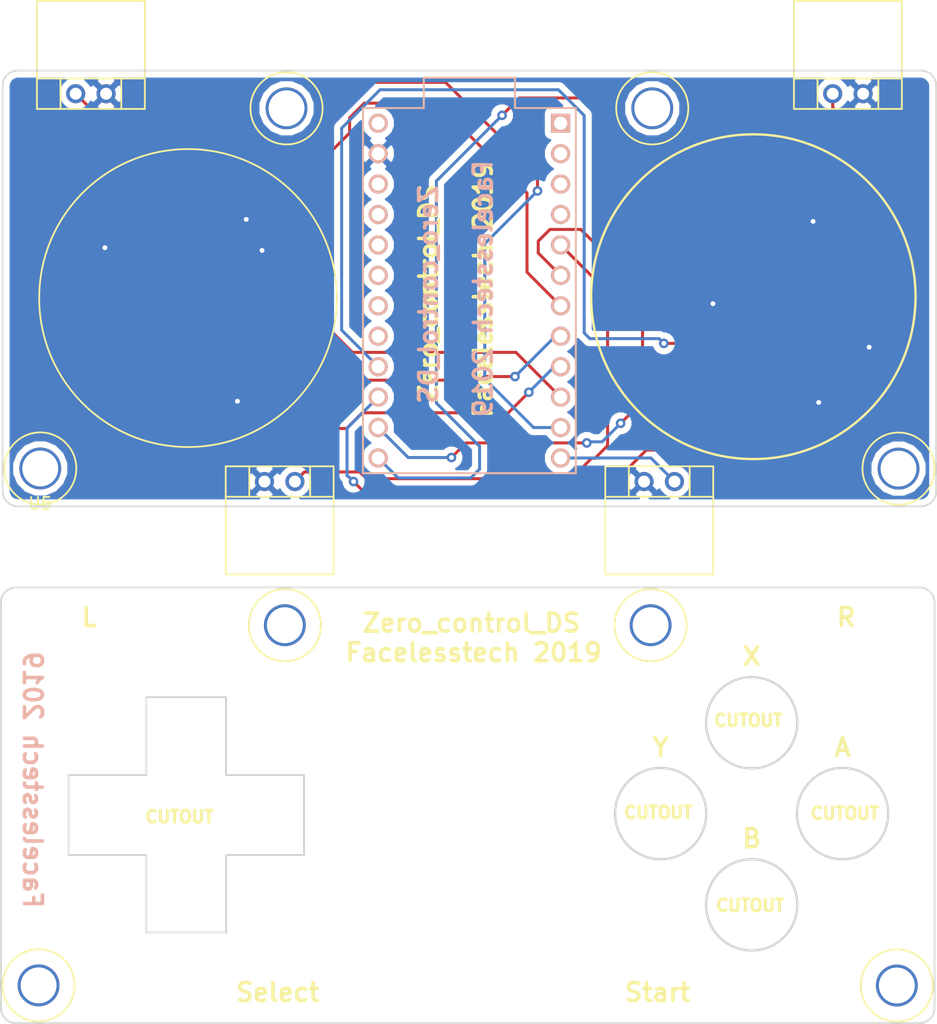
<source format=kicad_pcb>
(kicad_pcb (version 20171130) (host pcbnew 5.0.2+dfsg1-1~bpo9+1)

  (general
    (thickness 1.6)
    (drawings 54)
    (tracks 151)
    (zones 0)
    (modules 21)
    (nets 29)
  )

  (page A4)
  (layers
    (0 F.Cu signal)
    (31 B.Cu signal)
    (32 B.Adhes user)
    (33 F.Adhes user)
    (34 B.Paste user)
    (35 F.Paste user)
    (36 B.SilkS user)
    (37 F.SilkS user)
    (38 B.Mask user)
    (39 F.Mask user)
    (40 Dwgs.User user)
    (41 Cmts.User user)
    (42 Eco1.User user)
    (43 Eco2.User user)
    (44 Edge.Cuts user)
    (45 Margin user)
    (46 B.CrtYd user)
    (47 F.CrtYd user)
    (48 B.Fab user)
    (49 F.Fab user)
  )

  (setup
    (last_trace_width 0.25)
    (trace_clearance 0.2)
    (zone_clearance 0.508)
    (zone_45_only no)
    (trace_min 0.2)
    (segment_width 0.2)
    (edge_width 0.15)
    (via_size 0.8)
    (via_drill 0.4)
    (via_min_size 0.4)
    (via_min_drill 0.3)
    (uvia_size 0.3)
    (uvia_drill 0.1)
    (uvias_allowed no)
    (uvia_min_size 0.2)
    (uvia_min_drill 0.1)
    (pcb_text_width 0.3)
    (pcb_text_size 1.5 1.5)
    (mod_edge_width 0.15)
    (mod_text_size 1 1)
    (mod_text_width 0.15)
    (pad_size 1.524 1.524)
    (pad_drill 0.762)
    (pad_to_mask_clearance 0.051)
    (solder_mask_min_width 0.25)
    (aux_axis_origin 0 0)
    (visible_elements FFFFFF7F)
    (pcbplotparams
      (layerselection 0x010f0_ffffffff)
      (usegerberextensions false)
      (usegerberattributes false)
      (usegerberadvancedattributes false)
      (creategerberjobfile false)
      (excludeedgelayer true)
      (linewidth 0.100000)
      (plotframeref false)
      (viasonmask false)
      (mode 1)
      (useauxorigin false)
      (hpglpennumber 1)
      (hpglpenspeed 20)
      (hpglpendiameter 15.000000)
      (psnegative false)
      (psa4output false)
      (plotreference true)
      (plotvalue true)
      (plotinvisibletext false)
      (padsonsilk false)
      (subtractmaskfromsilk false)
      (outputformat 1)
      (mirror false)
      (drillshape 0)
      (scaleselection 1)
      (outputdirectory "gerbers/"))
  )

  (net 0 "")
  (net 1 "Net-(SW1-Pad1)")
  (net 2 "Net-(SW1-Pad2)")
  (net 3 "Net-(SW2-Pad1)")
  (net 4 "Net-(SW3-Pad1)")
  (net 5 "Net-(SW4-Pad1)")
  (net 6 "Net-(SW5-Pad1)")
  (net 7 "Net-(SW6-Pad1)")
  (net 8 "Net-(SW7-Pad1)")
  (net 9 "Net-(SW8-Pad1)")
  (net 10 "Net-(SW9-Pad1)")
  (net 11 "Net-(SW10-Pad1)")
  (net 12 "Net-(SW11-Pad1)")
  (net 13 "Net-(SW12-Pad1)")
  (net 14 "Net-(U1-Pad1)")
  (net 15 "Net-(U1-Pad2)")
  (net 16 "Net-(U1-Pad3)")
  (net 17 "Net-(U1-Pad4)")
  (net 18 "Net-(U1-Pad17)")
  (net 19 "Net-(U1-Pad18)")
  (net 20 "Net-(U1-Pad19)")
  (net 21 "Net-(U1-Pad20)")
  (net 22 "Net-(U1-Pad21)")
  (net 23 "Net-(U1-Pad22)")
  (net 24 "Net-(U1-Pad24)")
  (net 25 "Net-(U2-Pad1)")
  (net 26 "Net-(U3-Pad1)")
  (net 27 "Net-(U4-Pad1)")
  (net 28 "Net-(U5-Pad1)")

  (net_class Default "This is the default net class."
    (clearance 0.2)
    (trace_width 0.25)
    (via_dia 0.8)
    (via_drill 0.4)
    (uvia_dia 0.3)
    (uvia_drill 0.1)
    (add_net "Net-(SW1-Pad1)")
    (add_net "Net-(SW1-Pad2)")
    (add_net "Net-(SW10-Pad1)")
    (add_net "Net-(SW11-Pad1)")
    (add_net "Net-(SW12-Pad1)")
    (add_net "Net-(SW2-Pad1)")
    (add_net "Net-(SW3-Pad1)")
    (add_net "Net-(SW4-Pad1)")
    (add_net "Net-(SW5-Pad1)")
    (add_net "Net-(SW6-Pad1)")
    (add_net "Net-(SW7-Pad1)")
    (add_net "Net-(SW8-Pad1)")
    (add_net "Net-(SW9-Pad1)")
    (add_net "Net-(U1-Pad1)")
    (add_net "Net-(U1-Pad17)")
    (add_net "Net-(U1-Pad18)")
    (add_net "Net-(U1-Pad19)")
    (add_net "Net-(U1-Pad2)")
    (add_net "Net-(U1-Pad20)")
    (add_net "Net-(U1-Pad21)")
    (add_net "Net-(U1-Pad22)")
    (add_net "Net-(U1-Pad24)")
    (add_net "Net-(U1-Pad3)")
    (add_net "Net-(U1-Pad4)")
    (add_net "Net-(U2-Pad1)")
    (add_net "Net-(U3-Pad1)")
    (add_net "Net-(U4-Pad1)")
    (add_net "Net-(U5-Pad1)")
  )

  (module m3_hole_custom:m3_hole_custom (layer F.Cu) (tedit 5CF3D540) (tstamp 5D0079B2)
    (at 128.2954 128.9558)
    (path /5CF5489C)
    (fp_text reference U3 (at 0 2.921) (layer F.SilkS) hide
      (effects (font (size 1 1) (thickness 0.15)))
    )
    (fp_text value m3_standsoffs (at 0 -2.921) (layer F.Fab) hide
      (effects (font (size 1 1) (thickness 0.15)))
    )
    (fp_circle (center 0 0) (end 2.8575 0.9525) (layer F.SilkS) (width 0.15))
    (pad 1 thru_hole circle (at 0 0) (size 3.5 3.5) (drill 3) (layers *.Cu *.Mask))
  )

  (module m3_hole_custom:m3_hole_custom (layer F.Cu) (tedit 5CF3D547) (tstamp 5D007BE6)
    (at 56.5912 128.9431)
    (path /5CF54906)
    (fp_text reference U5 (at 0 2.921) (layer F.SilkS) hide
      (effects (font (size 1 1) (thickness 0.15)))
    )
    (fp_text value m3_standsoffs (at 0 -2.921) (layer F.Fab) hide
      (effects (font (size 1 1) (thickness 0.15)))
    )
    (fp_circle (center 0 0) (end 2.8575 0.9525) (layer F.SilkS) (width 0.15))
    (pad 1 thru_hole circle (at 0 0) (size 3.5 3.5) (drill 3) (layers *.Cu *.Mask))
  )

  (module m3_hole_custom:m3_hole_custom (layer F.Cu) (tedit 5CF3D52B) (tstamp 5D007DAF)
    (at 77.1652 98.8822)
    (path /5CF548D2)
    (fp_text reference U4 (at 0 2.921) (layer F.SilkS) hide
      (effects (font (size 1 1) (thickness 0.15)))
    )
    (fp_text value m3_standsoffs (at 0 -2.921) (layer F.Fab) hide
      (effects (font (size 1 1) (thickness 0.15)))
    )
    (fp_circle (center 0 0) (end 2.8575 0.9525) (layer F.SilkS) (width 0.15))
    (pad 1 thru_hole circle (at 0 0) (size 3.5 3.5) (drill 3) (layers *.Cu *.Mask))
  )

  (module m3_hole_custom:m3_hole_custom (layer F.Cu) (tedit 5CF3D532) (tstamp 5D007DE5)
    (at 107.7214 98.8822)
    (path /5CF547D0)
    (fp_text reference U2 (at 0 2.921) (layer F.SilkS) hide
      (effects (font (size 1 1) (thickness 0.15)))
    )
    (fp_text value m3_standsoffs (at 0 -2.921) (layer F.Fab) hide
      (effects (font (size 1 1) (thickness 0.15)))
    )
    (fp_circle (center 0 0) (end 2.8575 0.9525) (layer F.SilkS) (width 0.15))
    (pad 1 thru_hole circle (at 0 0) (size 3.5 3.5) (drill 3) (layers *.Cu *.Mask))
  )

  (module buttons_custom:gbc_buttons_custom (layer F.Cu) (tedit 5CF3FDC0) (tstamp 5D1891BC)
    (at 62.4713 71.6026 90)
    (path /5CF39D84)
    (fp_text reference SW1 (at 0 4.572 90) (layer F.SilkS) hide
      (effects (font (size 1 1) (thickness 0.15)))
    )
    (fp_text value SW_Push (at -0.127 -4.191 90) (layer F.Fab) hide
      (effects (font (size 1 1) (thickness 0.15)))
    )
    (pad 1 smd roundrect (at -1.651 0 90) (size 2.5 5) (layers F.Cu F.Paste F.Mask) (roundrect_rratio 0.25)
      (net 1 "Net-(SW1-Pad1)"))
    (pad 2 smd roundrect (at 1.651 0 90) (size 2.5 5) (layers F.Cu F.Paste F.Mask) (roundrect_rratio 0.25)
      (net 2 "Net-(SW1-Pad2)"))
  )

  (module buttons_custom:gbc_buttons_custom (layer F.Cu) (tedit 5CF3FDC6) (tstamp 5D189255)
    (at 75.7047 71.6026 90)
    (path /5CF39DC4)
    (fp_text reference SW2 (at 0 4.572 90) (layer F.SilkS) hide
      (effects (font (size 1 1) (thickness 0.15)))
    )
    (fp_text value SW_Push (at -0.127 -4.191 90) (layer F.Fab) hide
      (effects (font (size 1 1) (thickness 0.15)))
    )
    (pad 1 smd roundrect (at -1.651 0 90) (size 2.5 5) (layers F.Cu F.Paste F.Mask) (roundrect_rratio 0.25)
      (net 3 "Net-(SW2-Pad1)"))
    (pad 2 smd roundrect (at 1.651 0 90) (size 2.5 5) (layers F.Cu F.Paste F.Mask) (roundrect_rratio 0.25)
      (net 2 "Net-(SW1-Pad2)"))
  )

  (module buttons_custom:gbc_buttons_custom (layer F.Cu) (tedit 5CF3FDCD) (tstamp 5D18927F)
    (at 69.0753 64.9605)
    (path /5CF39D16)
    (fp_text reference SW3 (at 0 4.572) (layer F.SilkS) hide
      (effects (font (size 1 1) (thickness 0.15)))
    )
    (fp_text value SW_Push (at -0.127 -4.191) (layer F.Fab) hide
      (effects (font (size 1 1) (thickness 0.15)))
    )
    (pad 2 smd roundrect (at 1.651 0) (size 2.5 5) (layers F.Cu F.Paste F.Mask) (roundrect_rratio 0.25)
      (net 2 "Net-(SW1-Pad2)"))
    (pad 1 smd roundrect (at -1.651 0) (size 2.5 5) (layers F.Cu F.Paste F.Mask) (roundrect_rratio 0.25)
      (net 4 "Net-(SW3-Pad1)"))
  )

  (module buttons_custom:gbc_buttons_custom (layer F.Cu) (tedit 5CF3FDC3) (tstamp 5D1892AF)
    (at 69.0753 78.1939)
    (path /5CF39D4C)
    (fp_text reference SW4 (at 0 4.572) (layer F.SilkS) hide
      (effects (font (size 1 1) (thickness 0.15)))
    )
    (fp_text value SW_Push (at -0.127 -4.191) (layer F.Fab) hide
      (effects (font (size 1 1) (thickness 0.15)))
    )
    (pad 2 smd roundrect (at 1.651 0) (size 2.5 5) (layers F.Cu F.Paste F.Mask) (roundrect_rratio 0.25)
      (net 2 "Net-(SW1-Pad2)"))
    (pad 1 smd roundrect (at -1.651 0) (size 2.5 5) (layers F.Cu F.Paste F.Mask) (roundrect_rratio 0.25)
      (net 5 "Net-(SW4-Pad1)"))
  )

  (module buttons_custom:gbc_buttons_custom (layer F.Cu) (tedit 5CF3FD8F) (tstamp 5D1897AD)
    (at 116.2939 63.9953)
    (path /5CF3B3F1)
    (fp_text reference SW5 (at 0 4.572) (layer F.SilkS) hide
      (effects (font (size 1 1) (thickness 0.15)))
    )
    (fp_text value SW_Push (at -0.127 -4.191) (layer F.Fab) hide
      (effects (font (size 1 1) (thickness 0.15)))
    )
    (pad 2 smd roundrect (at 1.651 0) (size 2.5 5) (layers F.Cu F.Paste F.Mask) (roundrect_rratio 0.25)
      (net 2 "Net-(SW1-Pad2)"))
    (pad 1 smd roundrect (at -1.651 0) (size 2.5 5) (layers F.Cu F.Paste F.Mask) (roundrect_rratio 0.25)
      (net 6 "Net-(SW5-Pad1)"))
  )

  (module buttons_custom:gbc_buttons_custom (layer F.Cu) (tedit 5CF3FDAC) (tstamp 5D1897E6)
    (at 116.3193 79.0829)
    (path /5CF3B4A6)
    (fp_text reference SW6 (at 0 4.572) (layer F.SilkS) hide
      (effects (font (size 1 1) (thickness 0.15)))
    )
    (fp_text value SW_Push (at -0.127 -4.191) (layer F.Fab) hide
      (effects (font (size 1 1) (thickness 0.15)))
    )
    (pad 1 smd roundrect (at -1.651 0) (size 2.5 5) (layers F.Cu F.Paste F.Mask) (roundrect_rratio 0.25)
      (net 7 "Net-(SW6-Pad1)"))
    (pad 2 smd roundrect (at 1.651 0) (size 2.5 5) (layers F.Cu F.Paste F.Mask) (roundrect_rratio 0.25)
      (net 2 "Net-(SW1-Pad2)"))
  )

  (module buttons_custom:gbc_buttons_custom (layer F.Cu) (tedit 5CF3FDA8) (tstamp 5D1897BC)
    (at 108.6993 71.4502)
    (path /5CF3B469)
    (fp_text reference SW7 (at 0 4.572) (layer F.SilkS) hide
      (effects (font (size 1 1) (thickness 0.15)))
    )
    (fp_text value SW_Push (at -0.127 -4.191) (layer F.Fab) hide
      (effects (font (size 1 1) (thickness 0.15)))
    )
    (pad 1 smd roundrect (at -1.651 0) (size 2.5 5) (layers F.Cu F.Paste F.Mask) (roundrect_rratio 0.25)
      (net 8 "Net-(SW7-Pad1)"))
    (pad 2 smd roundrect (at 1.651 0) (size 2.5 5) (layers F.Cu F.Paste F.Mask) (roundrect_rratio 0.25)
      (net 2 "Net-(SW1-Pad2)"))
  )

  (module buttons_custom:gbc_buttons_custom (layer F.Cu) (tedit 5CF3FDA0) (tstamp 5D1897D1)
    (at 123.9139 71.4502)
    (path /5CF3B4E6)
    (fp_text reference SW8 (at 0 4.572) (layer F.SilkS) hide
      (effects (font (size 1 1) (thickness 0.15)))
    )
    (fp_text value SW_Push (at -0.127 -4.191) (layer F.Fab) hide
      (effects (font (size 1 1) (thickness 0.15)))
    )
    (pad 2 smd roundrect (at 1.651 0) (size 2.5 5) (layers F.Cu F.Paste F.Mask) (roundrect_rratio 0.25)
      (net 2 "Net-(SW1-Pad2)"))
    (pad 1 smd roundrect (at -1.651 0) (size 2.5 5) (layers F.Cu F.Paste F.Mask) (roundrect_rratio 0.25)
      (net 9 "Net-(SW8-Pad1)"))
  )

  (module buttons_custom:right_angle_2_pin (layer F.Cu) (tedit 5C1FA20E) (tstamp 5D007B81)
    (at 76.7334 86.8934 180)
    (path /5CF4135D)
    (fp_text reference SW9 (at 0 2.286 180) (layer F.SilkS) hide
      (effects (font (size 1 1) (thickness 0.15)))
    )
    (fp_text value SW_Push (at 0 -9.652 180) (layer F.Fab) hide
      (effects (font (size 1 1) (thickness 0.15)))
    )
    (fp_line (start 0 1.27) (end 4.5085 1.27) (layer F.SilkS) (width 0.15))
    (fp_line (start 4.5085 1.27) (end 4.5085 -7.747) (layer F.SilkS) (width 0.15))
    (fp_line (start 4.5085 -7.747) (end -4.5085 -7.747) (layer F.SilkS) (width 0.15))
    (fp_line (start -4.5085 -7.747) (end -4.5085 1.27) (layer F.SilkS) (width 0.15))
    (fp_line (start -4.5085 1.27) (end 0 1.27) (layer F.SilkS) (width 0.15))
    (fp_line (start 0 -1.27) (end -4.5085 -1.27) (layer F.SilkS) (width 0.15))
    (fp_line (start 0 -1.27) (end 4.5085 -1.27) (layer F.SilkS) (width 0.15))
    (fp_line (start 2.54 0) (end 2.54 1.27) (layer F.SilkS) (width 0.15))
    (fp_line (start 2.54 0) (end 2.54 -1.27) (layer F.SilkS) (width 0.15))
    (fp_line (start -2.54 0) (end -2.54 -1.27) (layer F.SilkS) (width 0.15))
    (fp_line (start -2.54 -1.27) (end -2.54 1.27) (layer F.SilkS) (width 0.15))
    (pad 2 thru_hole circle (at 1.27 0 180) (size 1.6 1.6) (drill 1) (layers *.Cu *.Mask)
      (net 2 "Net-(SW1-Pad2)"))
    (pad 1 thru_hole circle (at -1.27 0 180) (size 1.6 1.6) (drill 1) (layers *.Cu *.Mask)
      (net 10 "Net-(SW9-Pad1)"))
  )

  (module buttons_custom:right_angle_2_pin (layer F.Cu) (tedit 5C1FA20E) (tstamp 5D007D65)
    (at 60.96 54.5211)
    (path /5CF413F7)
    (fp_text reference SW10 (at 0 2.286) (layer F.SilkS) hide
      (effects (font (size 1 1) (thickness 0.15)))
    )
    (fp_text value SW_Push (at 0 -9.652) (layer F.Fab) hide
      (effects (font (size 1 1) (thickness 0.15)))
    )
    (fp_line (start 0 1.27) (end 4.5085 1.27) (layer F.SilkS) (width 0.15))
    (fp_line (start 4.5085 1.27) (end 4.5085 -7.747) (layer F.SilkS) (width 0.15))
    (fp_line (start 4.5085 -7.747) (end -4.5085 -7.747) (layer F.SilkS) (width 0.15))
    (fp_line (start -4.5085 -7.747) (end -4.5085 1.27) (layer F.SilkS) (width 0.15))
    (fp_line (start -4.5085 1.27) (end 0 1.27) (layer F.SilkS) (width 0.15))
    (fp_line (start 0 -1.27) (end -4.5085 -1.27) (layer F.SilkS) (width 0.15))
    (fp_line (start 0 -1.27) (end 4.5085 -1.27) (layer F.SilkS) (width 0.15))
    (fp_line (start 2.54 0) (end 2.54 1.27) (layer F.SilkS) (width 0.15))
    (fp_line (start 2.54 0) (end 2.54 -1.27) (layer F.SilkS) (width 0.15))
    (fp_line (start -2.54 0) (end -2.54 -1.27) (layer F.SilkS) (width 0.15))
    (fp_line (start -2.54 -1.27) (end -2.54 1.27) (layer F.SilkS) (width 0.15))
    (pad 2 thru_hole circle (at 1.27 0) (size 1.6 1.6) (drill 1) (layers *.Cu *.Mask)
      (net 2 "Net-(SW1-Pad2)"))
    (pad 1 thru_hole circle (at -1.27 0) (size 1.6 1.6) (drill 1) (layers *.Cu *.Mask)
      (net 11 "Net-(SW10-Pad1)"))
  )

  (module buttons_custom:right_angle_2_pin (layer F.Cu) (tedit 5C1FA20E) (tstamp 5D007933)
    (at 108.4453 86.8934 180)
    (path /5CF41443)
    (fp_text reference SW11 (at 0 2.286 180) (layer F.SilkS) hide
      (effects (font (size 1 1) (thickness 0.15)))
    )
    (fp_text value SW_Push (at 0 -9.652 180) (layer F.Fab) hide
      (effects (font (size 1 1) (thickness 0.15)))
    )
    (fp_line (start -2.54 -1.27) (end -2.54 1.27) (layer F.SilkS) (width 0.15))
    (fp_line (start -2.54 0) (end -2.54 -1.27) (layer F.SilkS) (width 0.15))
    (fp_line (start 2.54 0) (end 2.54 -1.27) (layer F.SilkS) (width 0.15))
    (fp_line (start 2.54 0) (end 2.54 1.27) (layer F.SilkS) (width 0.15))
    (fp_line (start 0 -1.27) (end 4.5085 -1.27) (layer F.SilkS) (width 0.15))
    (fp_line (start 0 -1.27) (end -4.5085 -1.27) (layer F.SilkS) (width 0.15))
    (fp_line (start -4.5085 1.27) (end 0 1.27) (layer F.SilkS) (width 0.15))
    (fp_line (start -4.5085 -7.747) (end -4.5085 1.27) (layer F.SilkS) (width 0.15))
    (fp_line (start 4.5085 -7.747) (end -4.5085 -7.747) (layer F.SilkS) (width 0.15))
    (fp_line (start 4.5085 1.27) (end 4.5085 -7.747) (layer F.SilkS) (width 0.15))
    (fp_line (start 0 1.27) (end 4.5085 1.27) (layer F.SilkS) (width 0.15))
    (pad 1 thru_hole circle (at -1.27 0 180) (size 1.6 1.6) (drill 1) (layers *.Cu *.Mask)
      (net 12 "Net-(SW11-Pad1)"))
    (pad 2 thru_hole circle (at 1.27 0 180) (size 1.6 1.6) (drill 1) (layers *.Cu *.Mask)
      (net 2 "Net-(SW1-Pad2)"))
  )

  (module buttons_custom:right_angle_2_pin (layer F.Cu) (tedit 5C1FA20E) (tstamp 5D005985)
    (at 124.206 54.5211)
    (path /5CF413A3)
    (fp_text reference SW12 (at 0 2.286) (layer F.SilkS) hide
      (effects (font (size 1 1) (thickness 0.15)))
    )
    (fp_text value SW_Push (at 0 -9.652) (layer F.Fab) hide
      (effects (font (size 1 1) (thickness 0.15)))
    )
    (fp_line (start -2.54 -1.27) (end -2.54 1.27) (layer F.SilkS) (width 0.15))
    (fp_line (start -2.54 0) (end -2.54 -1.27) (layer F.SilkS) (width 0.15))
    (fp_line (start 2.54 0) (end 2.54 -1.27) (layer F.SilkS) (width 0.15))
    (fp_line (start 2.54 0) (end 2.54 1.27) (layer F.SilkS) (width 0.15))
    (fp_line (start 0 -1.27) (end 4.5085 -1.27) (layer F.SilkS) (width 0.15))
    (fp_line (start 0 -1.27) (end -4.5085 -1.27) (layer F.SilkS) (width 0.15))
    (fp_line (start -4.5085 1.27) (end 0 1.27) (layer F.SilkS) (width 0.15))
    (fp_line (start -4.5085 -7.747) (end -4.5085 1.27) (layer F.SilkS) (width 0.15))
    (fp_line (start 4.5085 -7.747) (end -4.5085 -7.747) (layer F.SilkS) (width 0.15))
    (fp_line (start 4.5085 1.27) (end 4.5085 -7.747) (layer F.SilkS) (width 0.15))
    (fp_line (start 0 1.27) (end 4.5085 1.27) (layer F.SilkS) (width 0.15))
    (pad 1 thru_hole circle (at -1.27 0) (size 1.6 1.6) (drill 1) (layers *.Cu *.Mask)
      (net 13 "Net-(SW12-Pad1)"))
    (pad 2 thru_hole circle (at 1.27 0) (size 1.6 1.6) (drill 1) (layers *.Cu *.Mask)
      (net 2 "Net-(SW1-Pad2)"))
  )

  (module promicro:ProMicro (layer B.Cu) (tedit 5CF3FD9B) (tstamp 5D007298)
    (at 92.583 70.9549 270)
    (descr "Pro Micro footprint")
    (tags "promicro ProMicro")
    (path /5CF3C81F)
    (fp_text reference U1 (at 0 10.16 270) (layer B.SilkS) hide
      (effects (font (size 1 1) (thickness 0.15)) (justify mirror))
    )
    (fp_text value ProMicro (at 0 -10.16 270) (layer B.Fab) hide
      (effects (font (size 1 1) (thickness 0.15)) (justify mirror))
    )
    (fp_line (start 15.24 8.89) (end 15.24 -8.89) (layer F.SilkS) (width 0.15))
    (fp_line (start 15.24 -8.89) (end -15.24 -8.89) (layer F.SilkS) (width 0.15))
    (fp_line (start -15.24 -8.89) (end -15.24 -3.81) (layer F.SilkS) (width 0.15))
    (fp_line (start -15.24 -3.81) (end -17.78 -3.81) (layer F.SilkS) (width 0.15))
    (fp_line (start -17.78 -3.81) (end -17.78 3.81) (layer F.SilkS) (width 0.15))
    (fp_line (start -17.78 3.81) (end -15.24 3.81) (layer F.SilkS) (width 0.15))
    (fp_line (start -15.24 3.81) (end -15.24 8.89) (layer F.SilkS) (width 0.15))
    (fp_line (start -15.24 8.89) (end 15.24 8.89) (layer F.SilkS) (width 0.15))
    (fp_line (start -15.24 -8.89) (end 15.24 -8.89) (layer B.SilkS) (width 0.15))
    (fp_line (start -15.24 -8.89) (end -15.24 -3.81) (layer B.SilkS) (width 0.15))
    (fp_line (start -15.24 -3.81) (end -17.78 -3.81) (layer B.SilkS) (width 0.15))
    (fp_line (start -17.78 -3.81) (end -17.78 3.81) (layer B.SilkS) (width 0.15))
    (fp_line (start -17.78 3.81) (end -15.24 3.81) (layer B.SilkS) (width 0.15))
    (fp_line (start -15.24 3.81) (end -15.24 8.89) (layer B.SilkS) (width 0.15))
    (fp_line (start -15.24 8.89) (end 15.24 8.89) (layer B.SilkS) (width 0.15))
    (fp_line (start 15.24 8.89) (end 15.24 -8.89) (layer B.SilkS) (width 0.15))
    (pad 1 thru_hole rect (at -13.97 -7.62 270) (size 1.6 1.6) (drill 1.1) (layers *.Cu *.Mask B.SilkS)
      (net 14 "Net-(U1-Pad1)"))
    (pad 2 thru_hole circle (at -11.43 -7.62 270) (size 1.6 1.6) (drill 1.1) (layers *.Cu *.Mask B.SilkS)
      (net 15 "Net-(U1-Pad2)"))
    (pad 3 thru_hole circle (at -8.89 -7.62 270) (size 1.6 1.6) (drill 1.1) (layers *.Cu *.Mask B.SilkS)
      (net 16 "Net-(U1-Pad3)"))
    (pad 4 thru_hole circle (at -6.35 -7.62 270) (size 1.6 1.6) (drill 1.1) (layers *.Cu *.Mask B.SilkS)
      (net 17 "Net-(U1-Pad4)"))
    (pad 5 thru_hole circle (at -3.81 -7.62 270) (size 1.6 1.6) (drill 1.1) (layers *.Cu *.Mask B.SilkS)
      (net 10 "Net-(SW9-Pad1)"))
    (pad 6 thru_hole circle (at -1.27 -7.62 270) (size 1.6 1.6) (drill 1.1) (layers *.Cu *.Mask B.SilkS)
      (net 13 "Net-(SW12-Pad1)"))
    (pad 7 thru_hole circle (at 1.27 -7.62 270) (size 1.6 1.6) (drill 1.1) (layers *.Cu *.Mask B.SilkS)
      (net 4 "Net-(SW3-Pad1)"))
    (pad 8 thru_hole circle (at 3.81 -7.62 270) (size 1.6 1.6) (drill 1.1) (layers *.Cu *.Mask B.SilkS)
      (net 1 "Net-(SW1-Pad1)"))
    (pad 9 thru_hole circle (at 6.35 -7.62 270) (size 1.6 1.6) (drill 1.1) (layers *.Cu *.Mask B.SilkS)
      (net 5 "Net-(SW4-Pad1)"))
    (pad 10 thru_hole circle (at 8.89 -7.62 270) (size 1.6 1.6) (drill 1.1) (layers *.Cu *.Mask B.SilkS)
      (net 3 "Net-(SW2-Pad1)"))
    (pad 11 thru_hole circle (at 11.43 -7.62 270) (size 1.6 1.6) (drill 1.1) (layers *.Cu *.Mask B.SilkS)
      (net 11 "Net-(SW10-Pad1)"))
    (pad 12 thru_hole circle (at 13.97 -7.62 270) (size 1.6 1.6) (drill 1.1) (layers *.Cu *.Mask B.SilkS)
      (net 12 "Net-(SW11-Pad1)"))
    (pad 13 thru_hole circle (at 13.97 7.62 270) (size 1.6 1.6) (drill 1.1) (layers *.Cu *.Mask B.SilkS)
      (net 6 "Net-(SW5-Pad1)"))
    (pad 14 thru_hole circle (at 11.43 7.62 270) (size 1.6 1.6) (drill 1.1) (layers *.Cu *.Mask B.SilkS)
      (net 8 "Net-(SW7-Pad1)"))
    (pad 15 thru_hole circle (at 8.89 7.62 270) (size 1.6 1.6) (drill 1.1) (layers *.Cu *.Mask B.SilkS)
      (net 7 "Net-(SW6-Pad1)"))
    (pad 16 thru_hole circle (at 6.35 7.62 270) (size 1.6 1.6) (drill 1.1) (layers *.Cu *.Mask B.SilkS)
      (net 9 "Net-(SW8-Pad1)"))
    (pad 17 thru_hole circle (at 3.81 7.62 270) (size 1.6 1.6) (drill 1.1) (layers *.Cu *.Mask B.SilkS)
      (net 18 "Net-(U1-Pad17)"))
    (pad 18 thru_hole circle (at 1.27 7.62 270) (size 1.6 1.6) (drill 1.1) (layers *.Cu *.Mask B.SilkS)
      (net 19 "Net-(U1-Pad18)"))
    (pad 19 thru_hole circle (at -1.27 7.62 270) (size 1.6 1.6) (drill 1.1) (layers *.Cu *.Mask B.SilkS)
      (net 20 "Net-(U1-Pad19)"))
    (pad 20 thru_hole circle (at -3.81 7.62 270) (size 1.6 1.6) (drill 1.1) (layers *.Cu *.Mask B.SilkS)
      (net 21 "Net-(U1-Pad20)"))
    (pad 21 thru_hole circle (at -6.35 7.62 270) (size 1.6 1.6) (drill 1.1) (layers *.Cu *.Mask B.SilkS)
      (net 22 "Net-(U1-Pad21)"))
    (pad 22 thru_hole circle (at -8.89 7.62 270) (size 1.6 1.6) (drill 1.1) (layers *.Cu *.Mask B.SilkS)
      (net 23 "Net-(U1-Pad22)"))
    (pad 23 thru_hole circle (at -11.43 7.62 270) (size 1.6 1.6) (drill 1.1) (layers *.Cu *.Mask B.SilkS)
      (net 2 "Net-(SW1-Pad2)"))
    (pad 24 thru_hole circle (at -13.97 7.62 270) (size 1.6 1.6) (drill 1.1) (layers *.Cu *.Mask B.SilkS)
      (net 24 "Net-(U1-Pad24)"))
  )

  (module m3_hole_custom:m3_hole_custom (layer F.Cu) (tedit 5CF3FD85) (tstamp 5D006681)
    (at 107.8611 55.7403)
    (path /5CF547D0)
    (fp_text reference U2 (at 0 2.921) (layer F.SilkS) hide
      (effects (font (size 1 1) (thickness 0.15)))
    )
    (fp_text value m3_standsoffs (at 0 -2.921) (layer F.Fab) hide
      (effects (font (size 1 1) (thickness 0.15)))
    )
    (fp_circle (center 0 0) (end 2.8575 0.9525) (layer F.SilkS) (width 0.15))
    (pad 1 thru_hole circle (at 0 0) (size 3.5 3.5) (drill 3) (layers *.Cu *.Mask)
      (net 25 "Net-(U2-Pad1)"))
  )

  (module m3_hole_custom:m3_hole_custom (layer F.Cu) (tedit 5CF3FDF4) (tstamp 5D0078C7)
    (at 128.4351 85.8139)
    (path /5CF5489C)
    (fp_text reference U3 (at 0 2.921) (layer F.SilkS) hide
      (effects (font (size 1 1) (thickness 0.15)))
    )
    (fp_text value m3_standsoffs (at 0 -2.921) (layer F.Fab) hide
      (effects (font (size 1 1) (thickness 0.15)))
    )
    (fp_circle (center 0 0) (end 2.8575 0.9525) (layer F.SilkS) (width 0.15))
    (pad 1 thru_hole circle (at 0 0) (size 3.5 3.5) (drill 3) (layers *.Cu *.Mask)
      (net 26 "Net-(U3-Pad1)"))
  )

  (module m3_hole_custom:m3_hole_custom (layer F.Cu) (tedit 5CF3FDD6) (tstamp 5D007C88)
    (at 77.3049 55.7403)
    (path /5CF548D2)
    (fp_text reference U4 (at 0 2.921) (layer F.SilkS) hide
      (effects (font (size 1 1) (thickness 0.15)))
    )
    (fp_text value m3_standsoffs (at 0 -2.921) (layer F.Fab) hide
      (effects (font (size 1 1) (thickness 0.15)))
    )
    (fp_circle (center 0 0) (end 2.8575 0.9525) (layer F.SilkS) (width 0.15))
    (pad 1 thru_hole circle (at 0 0) (size 3.5 3.5) (drill 3) (layers *.Cu *.Mask)
      (net 27 "Net-(U4-Pad1)"))
  )

  (module m3_hole_custom:m3_hole_custom (layer F.Cu) (tedit 5CF3FDB6) (tstamp 5D007A02)
    (at 56.7309 85.8012)
    (path /5CF54906)
    (fp_text reference U5 (at 0 2.921) (layer F.SilkS)
      (effects (font (size 1 1) (thickness 0.15)))
    )
    (fp_text value m3_standsoffs (at 0 -2.921) (layer F.Fab) hide
      (effects (font (size 1 1) (thickness 0.15)))
    )
    (fp_circle (center 0 0) (end 2.8575 0.9525) (layer F.SilkS) (width 0.15))
    (pad 1 thru_hole circle (at 0 0) (size 3.5 3.5) (drill 3) (layers *.Cu *.Mask)
      (net 28 "Net-(U5-Pad1)"))
  )

  (gr_text CUTOUT (at 68.3641 114.8715) (layer F.SilkS) (tstamp 5D0083C4)
    (effects (font (size 1 1) (thickness 0.25)))
  )
  (gr_text CUTOUT (at 116.0399 122.2756) (layer F.SilkS) (tstamp 5D0083C4)
    (effects (font (size 1 1) (thickness 0.25)))
  )
  (gr_text CUTOUT (at 108.3564 114.5159) (layer F.SilkS) (tstamp 5D0083C4)
    (effects (font (size 1 1) (thickness 0.25)))
  )
  (gr_text CUTOUT (at 115.8875 106.8324) (layer F.SilkS) (tstamp 5D0083C4)
    (effects (font (size 1 1) (thickness 0.25)))
  )
  (gr_text CUTOUT (at 123.952 114.5921) (layer F.SilkS)
    (effects (font (size 1 1) (thickness 0.25)))
  )
  (gr_text "Facelesstech 2019" (at 92.9386 101.1682) (layer F.SilkS) (tstamp 5D007FF5)
    (effects (font (size 1.5 1.5) (thickness 0.3)))
  )
  (gr_text "Facelesstech 2019" (at 56.0832 111.7854 270) (layer B.SilkS) (tstamp 5D007FF1)
    (effects (font (size 1.5 1.5) (thickness 0.3)) (justify mirror))
  )
  (gr_text "Facelesstech 2019" (at 93.726 70.7898 90) (layer B.SilkS) (tstamp 5D007FED)
    (effects (font (size 1.5 1.5) (thickness 0.3)) (justify mirror))
  )
  (gr_text "Facelesstech 2019" (at 93.726 70.8533 90) (layer F.SilkS)
    (effects (font (size 1.5 1.5) (thickness 0.3)))
  )
  (gr_text Zero_control_DS (at 89.1667 71.2978 90) (layer B.SilkS) (tstamp 5D007FE6)
    (effects (font (size 1.5 1.5) (thickness 0.3)) (justify mirror))
  )
  (gr_text Zero_control_DS (at 89.1667 71.1708 90) (layer F.SilkS) (tstamp 5D007FE3)
    (effects (font (size 1.5 1.5) (thickness 0.3)))
  )
  (gr_text Zero_control_DS (at 92.7481 98.6917) (layer F.SilkS)
    (effects (font (size 1.5 1.5) (thickness 0.3)))
  )
  (gr_text R (at 124.0663 98.2345) (layer F.SilkS) (tstamp 5D007DF9)
    (effects (font (size 1.5 1.5) (thickness 0.3)))
  )
  (gr_text L (at 60.8203 98.2345) (layer F.SilkS)
    (effects (font (size 1.5 1.5) (thickness 0.3)))
  )
  (gr_text Y (at 108.5596 109.0676) (layer F.SilkS)
    (effects (font (size 1.5 1.5) (thickness 0.3)))
  )
  (gr_text X (at 116.1669 101.4857) (layer F.SilkS)
    (effects (font (size 1.5 1.5) (thickness 0.3)))
  )
  (gr_text B (at 116.1669 116.6876) (layer F.SilkS) (tstamp 5D007C11)
    (effects (font (size 1.5 1.5) (thickness 0.3)))
  )
  (gr_text A (at 123.7615 109.0676) (layer F.SilkS)
    (effects (font (size 1.5 1.5) (thickness 0.3)))
  )
  (gr_text Select (at 76.5683 129.5273) (layer F.SilkS)
    (effects (font (size 1.5 1.5) (thickness 0.3)))
  )
  (gr_text Start (at 108.3056 129.5273) (layer F.SilkS) (tstamp 5D007BFA)
    (effects (font (size 1.5 1.5) (thickness 0.3)))
  )
  (gr_arc (start 130.175 130.8354) (end 130.175 132.1054) (angle -90) (layer Edge.Cuts) (width 0.15) (tstamp 5D006F75))
  (gr_arc (start 54.7243 130.8227) (end 53.4416 130.8227) (angle -90) (layer Edge.Cuts) (width 0.15) (tstamp 5D006F74))
  (gr_circle (center 123.7615 114.6048) (end 123.7615 118.4148) (layer Edge.Cuts) (width 0.2) (tstamp 5D007C1D))
  (gr_line (start 130.175 132.1054) (end 54.7243 132.1054) (layer Edge.Cuts) (width 0.15) (tstamp 5D006F6C))
  (gr_line (start 72.263 111.3917) (end 78.7654 111.3917) (layer Edge.Cuts) (width 0.15) (tstamp 5D006F4B))
  (gr_line (start 72.2503 104.902) (end 72.2503 111.3917) (layer Edge.Cuts) (width 0.15) (tstamp 5D006F4A))
  (gr_line (start 65.5955 111.3917) (end 65.5955 104.8893) (layer Edge.Cuts) (width 0.15) (tstamp 5D006F49))
  (gr_line (start 65.5955 104.8893) (end 72.2503 104.8893) (layer Edge.Cuts) (width 0.15) (tstamp 5D006F48))
  (gr_line (start 65.5955 111.3917) (end 59.0931 111.3917) (layer Edge.Cuts) (width 0.15) (tstamp 5D006F47))
  (gr_line (start 65.5955 118.0592) (end 59.0931 118.0592) (layer Edge.Cuts) (width 0.15) (tstamp 5D006F46))
  (gr_line (start 65.5955 118.0592) (end 65.5955 124.5616) (layer Edge.Cuts) (width 0.15) (tstamp 5D006F45))
  (gr_line (start 72.263 118.0592) (end 72.263 124.5616) (layer Edge.Cuts) (width 0.15) (tstamp 5D006F44))
  (gr_arc (start 54.7116 97.0026) (end 54.7116 95.7326) (angle -90) (layer Edge.Cuts) (width 0.15) (tstamp 5D006F39))
  (gr_line (start 54.7116 95.7326) (end 130.1877 95.7326) (layer Edge.Cuts) (width 0.15) (tstamp 5D006F38))
  (gr_circle (center 116.1669 122.2248) (end 116.1669 126.0348) (layer Edge.Cuts) (width 0.2) (tstamp 5D007C0A))
  (gr_circle (center 116.1669 107.0229) (end 116.1669 110.8329) (layer Edge.Cuts) (width 0.2) (tstamp 5D007C29))
  (gr_circle (center 108.5596 114.6048) (end 108.5596 118.4148) (layer Edge.Cuts) (width 0.2) (tstamp 5D007C37))
  (gr_line (start 53.4416 130.8227) (end 53.4416 96.9899) (layer Edge.Cuts) (width 0.15) (tstamp 5D006F2E))
  (gr_arc (start 130.175 97.0026) (end 131.445 97.0026) (angle -90) (layer Edge.Cuts) (width 0.15) (tstamp 5D006F13))
  (gr_line (start 59.0931 118.0592) (end 59.0931 111.4044) (layer Edge.Cuts) (width 0.15) (tstamp 5D006ECE))
  (gr_line (start 78.7654 111.3917) (end 78.7654 118.0592) (layer Edge.Cuts) (width 0.15) (tstamp 5D006ECD))
  (gr_line (start 65.5701 124.5235) (end 72.2376 124.5235) (layer Edge.Cuts) (width 0.15) (tstamp 5D006ECC))
  (gr_line (start 72.263 118.0592) (end 78.7654 118.0592) (layer Edge.Cuts) (width 0.15) (tstamp 5D006ECB))
  (gr_line (start 131.445 97.0026) (end 131.445 130.8227) (layer Edge.Cuts) (width 0.15) (tstamp 5D006ECA))
  (gr_line (start 54.8513 52.5907) (end 130.3274 52.5907) (layer Edge.Cuts) (width 0.15))
  (gr_line (start 53.5813 87.6808) (end 53.5813 53.848) (layer Edge.Cuts) (width 0.15))
  (gr_line (start 130.3147 88.9635) (end 54.864 88.9635) (layer Edge.Cuts) (width 0.15))
  (gr_line (start 131.5847 53.8607) (end 131.5847 87.6808) (layer Edge.Cuts) (width 0.15))
  (gr_arc (start 130.3147 53.8607) (end 131.5847 53.8607) (angle -90) (layer Edge.Cuts) (width 0.15))
  (gr_arc (start 130.3147 87.6935) (end 130.3147 88.9635) (angle -90) (layer Edge.Cuts) (width 0.15))
  (gr_arc (start 54.864 87.6808) (end 53.5813 87.6808) (angle -90) (layer Edge.Cuts) (width 0.15))
  (gr_arc (start 54.8513 53.8607) (end 54.8513 52.5907) (angle -90) (layer Edge.Cuts) (width 0.15))
  (gr_circle (center 116.3066 71.4629) (end 116.3955 85.0138) (layer F.SilkS) (width 0.2))
  (gr_circle (center 69.0753 71.5772) (end 71.8185 83.7057) (layer F.SilkS) (width 0.15))

  (via (at 96.393 78.1304) (size 0.8) (drill 0.4) (layers F.Cu B.Cu) (net 1))
  (segment (start 99.7585 74.7649) (end 100.203 74.7649) (width 0.25) (layer B.Cu) (net 1))
  (segment (start 96.393 78.1304) (end 99.7585 74.7649) (width 0.25) (layer B.Cu) (net 1))
  (segment (start 93.502699 78.429901) (end 93.8022 78.1304) (width 0.25) (layer F.Cu) (net 1))
  (segment (start 82.811401 78.429901) (end 93.502699 78.429901) (width 0.25) (layer F.Cu) (net 1))
  (segment (start 62.4713 73.2536) (end 70.866 73.2536) (width 0.25) (layer F.Cu) (net 1))
  (segment (start 70.866 73.2536) (end 73.9267 76.3143) (width 0.25) (layer F.Cu) (net 1))
  (segment (start 73.9267 76.3143) (end 80.6958 76.3143) (width 0.25) (layer F.Cu) (net 1))
  (segment (start 93.8022 78.1304) (end 96.393 78.1304) (width 0.25) (layer F.Cu) (net 1))
  (segment (start 80.6958 76.3143) (end 82.811401 78.429901) (width 0.25) (layer F.Cu) (net 1))
  (via (at 62.1284 67.3735) (size 0.8) (drill 0.4) (layers F.Cu B.Cu) (net 2))
  (segment (start 62.4713 67.7164) (end 62.1284 67.3735) (width 0.25) (layer F.Cu) (net 2))
  (segment (start 62.4713 69.9516) (end 62.4713 67.7164) (width 0.25) (layer F.Cu) (net 2))
  (via (at 73.9394 65.0113) (size 0.8) (drill 0.4) (layers F.Cu B.Cu) (net 2))
  (segment (start 73.8886 64.9605) (end 73.9394 65.0113) (width 0.25) (layer F.Cu) (net 2))
  (segment (start 70.7263 64.9605) (end 73.8886 64.9605) (width 0.25) (layer F.Cu) (net 2))
  (via (at 75.2602 67.6021) (size 0.8) (drill 0.4) (layers F.Cu B.Cu) (net 2))
  (segment (start 75.7047 68.0466) (end 75.2602 67.6021) (width 0.25) (layer F.Cu) (net 2))
  (segment (start 75.7047 69.9516) (end 75.7047 68.0466) (width 0.25) (layer F.Cu) (net 2))
  (via (at 73.2028 80.1878) (size 0.8) (drill 0.4) (layers F.Cu B.Cu) (net 2))
  (segment (start 72.7202 80.1878) (end 73.2028 80.1878) (width 0.25) (layer F.Cu) (net 2))
  (segment (start 70.7263 78.1939) (end 72.7202 80.1878) (width 0.25) (layer F.Cu) (net 2))
  (via (at 112.9284 72.0471) (size 0.8) (drill 0.4) (layers F.Cu B.Cu) (net 2))
  (segment (start 112.3315 71.4502) (end 112.9284 72.0471) (width 0.25) (layer F.Cu) (net 2))
  (segment (start 110.3503 71.4502) (end 112.3315 71.4502) (width 0.25) (layer F.Cu) (net 2))
  (via (at 121.2977 65.1764) (size 0.8) (drill 0.4) (layers F.Cu B.Cu) (net 2))
  (segment (start 120.1166 63.9953) (end 121.2977 65.1764) (width 0.25) (layer F.Cu) (net 2))
  (segment (start 117.9449 63.9953) (end 120.1166 63.9953) (width 0.25) (layer F.Cu) (net 2))
  (via (at 125.984 75.6793) (size 0.8) (drill 0.4) (layers F.Cu B.Cu) (net 2))
  (segment (start 125.5649 75.2602) (end 125.984 75.6793) (width 0.25) (layer F.Cu) (net 2))
  (segment (start 125.5649 71.4502) (end 125.5649 75.2602) (width 0.25) (layer F.Cu) (net 2))
  (via (at 121.7676 80.2894) (size 0.8) (drill 0.4) (layers F.Cu B.Cu) (net 2))
  (segment (start 120.5611 79.0829) (end 121.7676 80.2894) (width 0.25) (layer F.Cu) (net 2))
  (segment (start 117.9703 79.0829) (end 120.5611 79.0829) (width 0.25) (layer F.Cu) (net 2))
  (segment (start 96.4692 76.1111) (end 100.203 79.8449) (width 0.25) (layer F.Cu) (net 3))
  (segment (start 75.7047 73.2536) (end 77.02541 71.93289) (width 0.25) (layer F.Cu) (net 3))
  (segment (start 77.02541 71.93289) (end 78.63849 71.93289) (width 0.25) (layer F.Cu) (net 3))
  (segment (start 78.63849 71.93289) (end 82.8167 76.1111) (width 0.25) (layer F.Cu) (net 3))
  (segment (start 82.8167 76.1111) (end 96.4692 76.1111) (width 0.25) (layer F.Cu) (net 3))
  (segment (start 67.4243 62.3605) (end 68.9737 60.8111) (width 0.25) (layer F.Cu) (net 4))
  (segment (start 67.4243 64.9605) (end 67.4243 62.3605) (width 0.25) (layer F.Cu) (net 4))
  (segment (start 68.9737 60.8111) (end 79.562 60.8111) (width 0.25) (layer F.Cu) (net 4))
  (segment (start 79.562 60.8111) (end 82.5754 57.7977) (width 0.25) (layer F.Cu) (net 4))
  (segment (start 82.5754 57.7977) (end 82.5754 56.5404) (width 0.25) (layer F.Cu) (net 4))
  (segment (start 82.5754 56.5404) (end 83.8073 55.3085) (width 0.25) (layer F.Cu) (net 4))
  (segment (start 83.8073 55.3085) (end 89.9033 55.3085) (width 0.25) (layer F.Cu) (net 4))
  (segment (start 89.9033 55.3085) (end 97.3963 62.8015) (width 0.25) (layer F.Cu) (net 4))
  (segment (start 97.3963 69.4182) (end 100.203 72.2249) (width 0.25) (layer F.Cu) (net 4))
  (segment (start 97.3963 62.8015) (end 97.3963 69.4182) (width 0.25) (layer F.Cu) (net 4))
  (segment (start 66.10359 79.51461) (end 66.10359 79.73069) (width 0.25) (layer F.Cu) (net 5))
  (segment (start 67.4243 78.1939) (end 66.10359 79.51461) (width 0.25) (layer F.Cu) (net 5))
  (segment (start 66.10359 79.73069) (end 68.834 82.4611) (width 0.25) (layer F.Cu) (net 5))
  (segment (start 68.834 82.4611) (end 82.3214 82.4611) (width 0.25) (layer F.Cu) (net 5))
  (segment (start 82.3214 82.4611) (end 83.6295 81.153) (width 0.25) (layer F.Cu) (net 5))
  (segment (start 95.8342 81.153) (end 97.5487 79.4385) (width 0.25) (layer F.Cu) (net 5))
  (via (at 97.5487 79.4385) (size 0.8) (drill 0.4) (layers F.Cu B.Cu) (net 5))
  (segment (start 83.6295 81.153) (end 95.8342 81.153) (width 0.25) (layer F.Cu) (net 5))
  (segment (start 99.6823 77.3049) (end 100.203 77.3049) (width 0.25) (layer B.Cu) (net 5))
  (segment (start 97.5487 79.4385) (end 99.6823 77.3049) (width 0.25) (layer B.Cu) (net 5))
  (segment (start 113.2929 63.9953) (end 108.8098 59.5122) (width 0.25) (layer F.Cu) (net 6))
  (segment (start 114.6429 63.9953) (end 113.2929 63.9953) (width 0.25) (layer F.Cu) (net 6))
  (segment (start 108.8098 59.5122) (end 107.0483 59.5122) (width 0.25) (layer F.Cu) (net 6))
  (segment (start 103.395999 55.859899) (end 103.395999 55.643999) (width 0.25) (layer F.Cu) (net 6))
  (segment (start 107.0483 59.5122) (end 103.395999 55.859899) (width 0.25) (layer F.Cu) (net 6))
  (segment (start 103.395999 55.643999) (end 102.6287 54.8767) (width 0.25) (layer F.Cu) (net 6))
  (via (at 95.3135 56.3245) (size 0.8) (drill 0.4) (layers F.Cu B.Cu) (net 6))
  (segment (start 96.7613 54.8767) (end 95.3135 56.3245) (width 0.25) (layer F.Cu) (net 6))
  (segment (start 102.6287 54.8767) (end 96.7613 54.8767) (width 0.25) (layer F.Cu) (net 6))
  (segment (start 95.3135 56.3245) (end 89.8271 61.8109) (width 0.25) (layer B.Cu) (net 6))
  (segment (start 89.8271 61.8109) (end 89.8271 80.3402) (width 0.25) (layer B.Cu) (net 6))
  (segment (start 89.8271 80.3402) (end 93.4339 83.947) (width 0.25) (layer B.Cu) (net 6))
  (segment (start 93.4339 83.947) (end 93.4339 85.852) (width 0.25) (layer B.Cu) (net 6))
  (segment (start 93.4339 85.852) (end 92.6973 86.5886) (width 0.25) (layer B.Cu) (net 6))
  (segment (start 86.6267 86.5886) (end 84.963 84.9249) (width 0.25) (layer B.Cu) (net 6))
  (segment (start 92.6973 86.5886) (end 86.6267 86.5886) (width 0.25) (layer B.Cu) (net 6))
  (segment (start 113.3183 79.0829) (end 108.1367 84.2645) (width 0.25) (layer F.Cu) (net 7))
  (segment (start 114.6683 79.0829) (end 113.3183 79.0829) (width 0.25) (layer F.Cu) (net 7))
  (segment (start 108.1367 84.2645) (end 107.3658 84.2645) (width 0.25) (layer F.Cu) (net 7))
  (segment (start 103.7082 87.9221) (end 103.6447 87.9221) (width 0.25) (layer F.Cu) (net 7))
  (segment (start 107.3658 84.2645) (end 103.7082 87.9221) (width 0.25) (layer F.Cu) (net 7))
  (segment (start 82.3595 82.4484) (end 84.963 79.8449) (width 0.25) (layer B.Cu) (net 7))
  (segment (start 82.3595 86.3854) (end 82.3595 82.4484) (width 0.25) (layer B.Cu) (net 7))
  (segment (start 84.6201 87.9221) (end 84.5947 87.9475) (width 0.25) (layer F.Cu) (net 7))
  (segment (start 103.7082 87.9221) (end 84.6201 87.9221) (width 0.25) (layer F.Cu) (net 7))
  (via (at 82.9056 86.8934) (size 0.8) (drill 0.4) (layers F.Cu B.Cu) (net 7))
  (segment (start 83.9343 87.9221) (end 82.9056 86.8934) (width 0.25) (layer F.Cu) (net 7))
  (segment (start 84.6201 87.9221) (end 83.9343 87.9221) (width 0.25) (layer F.Cu) (net 7))
  (segment (start 82.467501 86.493401) (end 82.3595 86.3854) (width 0.25) (layer B.Cu) (net 7))
  (segment (start 82.505601 86.493401) (end 82.467501 86.493401) (width 0.25) (layer B.Cu) (net 7))
  (segment (start 82.9056 86.8934) (end 82.505601 86.493401) (width 0.25) (layer B.Cu) (net 7))
  (segment (start 102.3874 83.6676) (end 96.2279 83.6676) (width 0.25) (layer F.Cu) (net 8))
  (segment (start 105.2195 82.0293) (end 103.6701 83.5787) (width 0.25) (layer B.Cu) (net 8))
  (segment (start 107.0483 71.4502) (end 107.0483 80.2005) (width 0.25) (layer F.Cu) (net 8))
  (via (at 102.3874 83.6676) (size 0.8) (drill 0.4) (layers F.Cu B.Cu) (net 8))
  (segment (start 102.5144 83.5787) (end 102.4255 83.6676) (width 0.25) (layer B.Cu) (net 8))
  (segment (start 102.4255 83.6676) (end 102.3874 83.6676) (width 0.25) (layer B.Cu) (net 8))
  (segment (start 103.6701 83.5787) (end 102.5144 83.5787) (width 0.25) (layer B.Cu) (net 8))
  (segment (start 107.0483 80.2005) (end 105.2195 82.0293) (width 0.25) (layer F.Cu) (net 8))
  (via (at 105.2195 82.0293) (size 0.8) (drill 0.4) (layers F.Cu B.Cu) (net 8))
  (via (at 91.0844 84.8868) (size 0.8) (drill 0.4) (layers F.Cu B.Cu) (net 8))
  (segment (start 92.3036 83.6676) (end 91.0844 84.8868) (width 0.25) (layer F.Cu) (net 8))
  (segment (start 96.2279 83.6676) (end 92.3036 83.6676) (width 0.25) (layer F.Cu) (net 8))
  (segment (start 87.4649 84.8868) (end 84.963 82.3849) (width 0.25) (layer B.Cu) (net 8))
  (segment (start 91.0844 84.8868) (end 87.4649 84.8868) (width 0.25) (layer B.Cu) (net 8))
  (via (at 108.8263 75.3618) (size 0.8) (drill 0.4) (layers F.Cu B.Cu) (net 9))
  (segment (start 118.3513 75.3618) (end 108.8263 75.3618) (width 0.25) (layer F.Cu) (net 9))
  (segment (start 122.2629 71.4502) (end 118.3513 75.3618) (width 0.25) (layer F.Cu) (net 9))
  (segment (start 108.426301 74.961801) (end 102.647801 74.961801) (width 0.25) (layer B.Cu) (net 9))
  (segment (start 108.8263 75.3618) (end 108.426301 74.961801) (width 0.25) (layer B.Cu) (net 9))
  (segment (start 102.647801 74.961801) (end 102.1715 74.4855) (width 0.25) (layer B.Cu) (net 9))
  (segment (start 102.1715 74.4855) (end 102.1715 56.3372) (width 0.25) (layer B.Cu) (net 9))
  (segment (start 102.1715 56.3372) (end 100.0252 54.1909) (width 0.25) (layer B.Cu) (net 9))
  (segment (start 100.0252 54.1909) (end 85.1154 54.1909) (width 0.25) (layer B.Cu) (net 9))
  (segment (start 81.909491 57.396809) (end 81.909491 74.251391) (width 0.25) (layer B.Cu) (net 9))
  (segment (start 84.163001 76.504901) (end 84.963 77.3049) (width 0.25) (layer B.Cu) (net 9))
  (segment (start 81.909491 74.251391) (end 84.163001 76.504901) (width 0.25) (layer B.Cu) (net 9))
  (segment (start 85.1154 54.1909) (end 81.909491 57.396809) (width 0.25) (layer B.Cu) (net 9))
  (segment (start 104.1273 71.0692) (end 100.203 67.1449) (width 0.25) (layer F.Cu) (net 10))
  (segment (start 103.0732 84.9503) (end 104.1273 83.8962) (width 0.25) (layer F.Cu) (net 10))
  (segment (start 101.092 86.6521) (end 102.7938 84.9503) (width 0.25) (layer F.Cu) (net 10))
  (segment (start 102.7938 84.9503) (end 103.0732 84.9503) (width 0.25) (layer F.Cu) (net 10))
  (segment (start 83.9851 86.6521) (end 101.092 86.6521) (width 0.25) (layer F.Cu) (net 10))
  (segment (start 104.1273 83.8962) (end 104.1273 71.0692) (width 0.25) (layer F.Cu) (net 10))
  (segment (start 78.0034 86.8934) (end 78.803399 86.093401) (width 0.25) (layer F.Cu) (net 10))
  (segment (start 83.426401 86.093401) (end 83.9851 86.6521) (width 0.25) (layer F.Cu) (net 10))
  (segment (start 78.803399 86.093401) (end 83.426401 86.093401) (width 0.25) (layer F.Cu) (net 10))
  (segment (start 59.69 54.5211) (end 63.5381 58.3692) (width 0.25) (layer F.Cu) (net 11))
  (segment (start 63.5381 58.3692) (end 79.4385 58.3692) (width 0.25) (layer F.Cu) (net 11))
  (segment (start 79.4385 58.3692) (end 84.2391 53.5686) (width 0.25) (layer F.Cu) (net 11))
  (segment (start 84.2391 53.5686) (end 90.5891 53.5686) (width 0.25) (layer F.Cu) (net 11))
  (via (at 98.2726 62.6364) (size 0.8) (drill 0.4) (layers F.Cu B.Cu) (net 11))
  (segment (start 98.2726 61.2521) (end 98.2726 62.6364) (width 0.25) (layer F.Cu) (net 11))
  (segment (start 90.5891 53.5686) (end 98.2726 61.2521) (width 0.25) (layer F.Cu) (net 11))
  (segment (start 93.8657 67.0433) (end 93.8657 78.3082) (width 0.25) (layer B.Cu) (net 11))
  (segment (start 98.2726 62.6364) (end 93.8657 67.0433) (width 0.25) (layer B.Cu) (net 11))
  (segment (start 97.9424 82.3849) (end 100.203 82.3849) (width 0.25) (layer B.Cu) (net 11))
  (segment (start 93.8657 78.3082) (end 97.9424 82.3849) (width 0.25) (layer B.Cu) (net 11))
  (segment (start 107.7468 84.9249) (end 109.7153 86.8934) (width 0.25) (layer B.Cu) (net 12))
  (segment (start 100.203 84.9249) (end 107.7468 84.9249) (width 0.25) (layer B.Cu) (net 12))
  (segment (start 122.936 55.65247) (end 123.8377 56.55417) (width 0.25) (layer F.Cu) (net 13))
  (segment (start 122.936 54.5211) (end 122.936 55.65247) (width 0.25) (layer F.Cu) (net 13))
  (segment (start 123.8377 56.55417) (end 123.8377 64.4779) (width 0.25) (layer F.Cu) (net 13))
  (segment (start 123.8377 64.4779) (end 119.1641 69.1515) (width 0.25) (layer F.Cu) (net 13))
  (segment (start 119.1641 69.1515) (end 113.2332 69.1515) (width 0.25) (layer F.Cu) (net 13))
  (segment (start 113.2332 69.1515) (end 112.2807 68.199) (width 0.25) (layer F.Cu) (net 13))
  (segment (start 112.2807 68.199) (end 104.2416 68.199) (width 0.25) (layer F.Cu) (net 13))
  (segment (start 104.2416 68.199) (end 101.8921 65.8495) (width 0.25) (layer F.Cu) (net 13))
  (segment (start 101.8921 65.8495) (end 99.314 65.8495) (width 0.25) (layer F.Cu) (net 13))
  (segment (start 99.314 65.8495) (end 98.3361 66.8274) (width 0.25) (layer F.Cu) (net 13))
  (segment (start 98.3361 67.818) (end 100.203 69.6849) (width 0.25) (layer F.Cu) (net 13))
  (segment (start 98.3361 66.8274) (end 98.3361 67.818) (width 0.25) (layer F.Cu) (net 13))

  (zone (net 2) (net_name "Net-(SW1-Pad2)") (layer B.Cu) (tstamp 5D0083CC) (hatch edge 0.508)
    (connect_pads (clearance 0.508))
    (min_thickness 0.254)
    (fill yes (arc_segments 16) (thermal_gap 0.508) (thermal_bridge_width 0.508))
    (polygon
      (pts
        (xy 54.8259 52.9717) (xy 130.3782 52.9717) (xy 131.2037 53.8607) (xy 131.2037 87.7443) (xy 130.3909 88.6079)
        (xy 54.8132 88.6079) (xy 53.9369 87.7824) (xy 53.9369 53.7845)
      )
    )
    (filled_polygon
      (pts
        (xy 58.877138 53.304566) (xy 58.473466 53.708238) (xy 58.255 54.235661) (xy 58.255 54.806539) (xy 58.473466 55.333962)
        (xy 58.877138 55.737634) (xy 59.404561 55.9561) (xy 59.975439 55.9561) (xy 60.502862 55.737634) (xy 60.711651 55.528845)
        (xy 61.401861 55.528845) (xy 61.475995 55.774964) (xy 62.013223 55.968065) (xy 62.583454 55.940878) (xy 62.984005 55.774964)
        (xy 63.058139 55.528845) (xy 62.23 54.700705) (xy 61.401861 55.528845) (xy 60.711651 55.528845) (xy 60.906534 55.333962)
        (xy 60.953525 55.220517) (xy 60.976136 55.275105) (xy 61.222255 55.349239) (xy 62.050395 54.5211) (xy 62.409605 54.5211)
        (xy 63.237745 55.349239) (xy 63.483864 55.275105) (xy 63.487174 55.265894) (xy 74.9199 55.265894) (xy 74.9199 56.214706)
        (xy 75.282995 57.091294) (xy 75.953906 57.762205) (xy 76.830494 58.1253) (xy 77.779306 58.1253) (xy 78.655894 57.762205)
        (xy 79.326805 57.091294) (xy 79.6899 56.214706) (xy 79.6899 55.265894) (xy 79.326805 54.389306) (xy 78.655894 53.718395)
        (xy 77.779306 53.3553) (xy 76.830494 53.3553) (xy 75.953906 53.718395) (xy 75.282995 54.389306) (xy 74.9199 55.265894)
        (xy 63.487174 55.265894) (xy 63.676965 54.737877) (xy 63.649778 54.167646) (xy 63.483864 53.767095) (xy 63.237745 53.692961)
        (xy 62.409605 54.5211) (xy 62.050395 54.5211) (xy 61.222255 53.692961) (xy 60.976136 53.767095) (xy 60.955126 53.825548)
        (xy 60.906534 53.708238) (xy 60.502862 53.304566) (xy 60.493529 53.3007) (xy 61.465915 53.3007) (xy 61.401861 53.513355)
        (xy 62.23 54.341495) (xy 63.058139 53.513355) (xy 62.994085 53.3007) (xy 122.132471 53.3007) (xy 122.123138 53.304566)
        (xy 121.719466 53.708238) (xy 121.501 54.235661) (xy 121.501 54.806539) (xy 121.719466 55.333962) (xy 122.123138 55.737634)
        (xy 122.650561 55.9561) (xy 123.221439 55.9561) (xy 123.748862 55.737634) (xy 123.957651 55.528845) (xy 124.647861 55.528845)
        (xy 124.721995 55.774964) (xy 125.259223 55.968065) (xy 125.829454 55.940878) (xy 126.230005 55.774964) (xy 126.304139 55.528845)
        (xy 125.476 54.700705) (xy 124.647861 55.528845) (xy 123.957651 55.528845) (xy 124.152534 55.333962) (xy 124.199525 55.220517)
        (xy 124.222136 55.275105) (xy 124.468255 55.349239) (xy 125.296395 54.5211) (xy 125.655605 54.5211) (xy 126.483745 55.349239)
        (xy 126.729864 55.275105) (xy 126.922965 54.737877) (xy 126.895778 54.167646) (xy 126.729864 53.767095) (xy 126.483745 53.692961)
        (xy 125.655605 54.5211) (xy 125.296395 54.5211) (xy 124.468255 53.692961) (xy 124.222136 53.767095) (xy 124.201126 53.825548)
        (xy 124.152534 53.708238) (xy 123.748862 53.304566) (xy 123.739529 53.3007) (xy 124.711915 53.3007) (xy 124.647861 53.513355)
        (xy 125.476 54.341495) (xy 126.304139 53.513355) (xy 126.240085 53.3007) (xy 130.252581 53.3007) (xy 130.502487 53.344765)
        (xy 130.60773 53.405527) (xy 130.799672 53.612234) (xy 130.866255 53.795165) (xy 130.8747 53.891696) (xy 130.874701 87.631375)
        (xy 130.830635 87.881287) (xy 130.735296 88.046419) (xy 130.589224 88.168988) (xy 130.380232 88.245055) (xy 130.283704 88.2535)
        (xy 110.181563 88.2535) (xy 110.528162 88.109934) (xy 110.931834 87.706262) (xy 111.1503 87.178839) (xy 111.1503 86.607961)
        (xy 110.931834 86.080538) (xy 110.528162 85.676866) (xy 110.000739 85.4584) (xy 109.429861 85.4584) (xy 109.376998 85.480296)
        (xy 109.236196 85.339494) (xy 126.0501 85.339494) (xy 126.0501 86.288306) (xy 126.413195 87.164894) (xy 127.084106 87.835805)
        (xy 127.960694 88.1989) (xy 128.909506 88.1989) (xy 129.786094 87.835805) (xy 130.457005 87.164894) (xy 130.8201 86.288306)
        (xy 130.8201 85.339494) (xy 130.457005 84.462906) (xy 129.786094 83.791995) (xy 128.909506 83.4289) (xy 127.960694 83.4289)
        (xy 127.084106 83.791995) (xy 126.413195 84.462906) (xy 126.0501 85.339494) (xy 109.236196 85.339494) (xy 108.337131 84.44043)
        (xy 108.294729 84.376971) (xy 108.043337 84.208996) (xy 107.821652 84.1649) (xy 107.821647 84.1649) (xy 107.7468 84.150012)
        (xy 107.671953 84.1649) (xy 104.160752 84.1649) (xy 104.218029 84.126629) (xy 104.260431 84.06317) (xy 105.259302 83.0643)
        (xy 105.425374 83.0643) (xy 105.80578 82.906731) (xy 106.096931 82.61558) (xy 106.2545 82.235174) (xy 106.2545 81.823426)
        (xy 106.096931 81.44302) (xy 105.80578 81.151869) (xy 105.425374 80.9943) (xy 105.013626 80.9943) (xy 104.63322 81.151869)
        (xy 104.342069 81.44302) (xy 104.1845 81.823426) (xy 104.1845 81.989498) (xy 103.355299 82.8187) (xy 103.002211 82.8187)
        (xy 102.97368 82.790169) (xy 102.593274 82.6326) (xy 102.181526 82.6326) (xy 101.80112 82.790169) (xy 101.509969 83.08132)
        (xy 101.3524 83.461726) (xy 101.3524 83.873474) (xy 101.473112 84.1649) (xy 101.44143 84.1649) (xy 101.419534 84.112038)
        (xy 101.015862 83.708366) (xy 100.886784 83.6549) (xy 101.015862 83.601434) (xy 101.419534 83.197762) (xy 101.638 82.670339)
        (xy 101.638 82.099461) (xy 101.419534 81.572038) (xy 101.015862 81.168366) (xy 100.886784 81.1149) (xy 101.015862 81.061434)
        (xy 101.419534 80.657762) (xy 101.638 80.130339) (xy 101.638 79.559461) (xy 101.419534 79.032038) (xy 101.015862 78.628366)
        (xy 100.886784 78.5749) (xy 101.015862 78.521434) (xy 101.419534 78.117762) (xy 101.638 77.590339) (xy 101.638 77.019461)
        (xy 101.419534 76.492038) (xy 101.015862 76.088366) (xy 100.886784 76.0349) (xy 101.015862 75.981434) (xy 101.419534 75.577762)
        (xy 101.638 75.050339) (xy 101.638 75.04307) (xy 101.687029 75.075831) (xy 102.057472 75.446273) (xy 102.099872 75.50973)
        (xy 102.351264 75.677705) (xy 102.572949 75.721801) (xy 102.572953 75.721801) (xy 102.6478 75.736689) (xy 102.722647 75.721801)
        (xy 107.855141 75.721801) (xy 107.948869 75.94808) (xy 108.24002 76.239231) (xy 108.620426 76.3968) (xy 109.032174 76.3968)
        (xy 109.41258 76.239231) (xy 109.703731 75.94808) (xy 109.8613 75.567674) (xy 109.8613 75.155926) (xy 109.703731 74.77552)
        (xy 109.41258 74.484369) (xy 109.032174 74.3268) (xy 108.843918 74.3268) (xy 108.722838 74.245897) (xy 108.501153 74.201801)
        (xy 108.501148 74.201801) (xy 108.426301 74.186913) (xy 108.351454 74.201801) (xy 102.962603 74.201801) (xy 102.9315 74.170699)
        (xy 102.9315 56.412048) (xy 102.946388 56.3372) (xy 102.9315 56.262352) (xy 102.9315 56.262348) (xy 102.887404 56.040663)
        (xy 102.719429 55.789271) (xy 102.655973 55.746871) (xy 102.174996 55.265894) (xy 105.4761 55.265894) (xy 105.4761 56.214706)
        (xy 105.839195 57.091294) (xy 106.510106 57.762205) (xy 107.386694 58.1253) (xy 108.335506 58.1253) (xy 109.212094 57.762205)
        (xy 109.883005 57.091294) (xy 110.2461 56.214706) (xy 110.2461 55.265894) (xy 109.883005 54.389306) (xy 109.212094 53.718395)
        (xy 108.335506 53.3553) (xy 107.386694 53.3553) (xy 106.510106 53.718395) (xy 105.839195 54.389306) (xy 105.4761 55.265894)
        (xy 102.174996 55.265894) (xy 100.615531 53.70643) (xy 100.573129 53.642971) (xy 100.321737 53.474996) (xy 100.100052 53.4309)
        (xy 100.100047 53.4309) (xy 100.0252 53.416012) (xy 99.950353 53.4309) (xy 85.190247 53.4309) (xy 85.1154 53.416012)
        (xy 85.040553 53.4309) (xy 85.040548 53.4309) (xy 84.818863 53.474996) (xy 84.567471 53.642971) (xy 84.525071 53.706427)
        (xy 81.425021 56.806478) (xy 81.361562 56.84888) (xy 81.193587 57.100273) (xy 81.149491 57.321958) (xy 81.149491 57.321962)
        (xy 81.134603 57.396809) (xy 81.149491 57.471656) (xy 81.149492 74.176539) (xy 81.134603 74.251391) (xy 81.149492 74.326243)
        (xy 81.179545 74.477328) (xy 81.193588 74.547928) (xy 81.27199 74.665264) (xy 81.361563 74.79932) (xy 81.425019 74.84172)
        (xy 83.549896 76.966599) (xy 83.528 77.019461) (xy 83.528 77.590339) (xy 83.746466 78.117762) (xy 84.150138 78.521434)
        (xy 84.279216 78.5749) (xy 84.150138 78.628366) (xy 83.746466 79.032038) (xy 83.528 79.559461) (xy 83.528 80.130339)
        (xy 83.549897 80.183202) (xy 81.875028 81.858071) (xy 81.811572 81.900471) (xy 81.769172 81.963927) (xy 81.769171 81.963928)
        (xy 81.643597 82.151863) (xy 81.584612 82.4484) (xy 81.599501 82.523252) (xy 81.5995 86.310553) (xy 81.584612 86.3854)
        (xy 81.5995 86.460247) (xy 81.5995 86.460251) (xy 81.643596 86.681936) (xy 81.811571 86.933329) (xy 81.8706 86.972771)
        (xy 81.8706 87.099274) (xy 82.028169 87.47968) (xy 82.31932 87.770831) (xy 82.699726 87.9284) (xy 83.111474 87.9284)
        (xy 83.49188 87.770831) (xy 83.783031 87.47968) (xy 83.9406 87.099274) (xy 83.9406 86.687526) (xy 83.783031 86.30712)
        (xy 83.49188 86.015969) (xy 83.1195 85.861724) (xy 83.1195 82.763201) (xy 83.528 82.354701) (xy 83.528 82.670339)
        (xy 83.746466 83.197762) (xy 84.150138 83.601434) (xy 84.279216 83.6549) (xy 84.150138 83.708366) (xy 83.746466 84.112038)
        (xy 83.528 84.639461) (xy 83.528 85.210339) (xy 83.746466 85.737762) (xy 84.150138 86.141434) (xy 84.677561 86.3599)
        (xy 85.248439 86.3599) (xy 85.301302 86.338003) (xy 86.036371 87.073073) (xy 86.078771 87.136529) (xy 86.330163 87.304504)
        (xy 86.551848 87.3486) (xy 86.551852 87.3486) (xy 86.626699 87.363488) (xy 86.701546 87.3486) (xy 92.622453 87.3486)
        (xy 92.6973 87.363488) (xy 92.772147 87.3486) (xy 92.772152 87.3486) (xy 92.993837 87.304504) (xy 93.245229 87.136529)
        (xy 93.287631 87.07307) (xy 93.684078 86.676623) (xy 105.728335 86.676623) (xy 105.755522 87.246854) (xy 105.921436 87.647405)
        (xy 106.167555 87.721539) (xy 106.995695 86.8934) (xy 106.167555 86.065261) (xy 105.921436 86.139395) (xy 105.728335 86.676623)
        (xy 93.684078 86.676623) (xy 93.918373 86.442329) (xy 93.981829 86.399929) (xy 94.117513 86.196864) (xy 94.149804 86.148538)
        (xy 94.190196 85.945472) (xy 94.1939 85.926852) (xy 94.1939 85.926848) (xy 94.208788 85.852) (xy 94.1939 85.777152)
        (xy 94.1939 84.021846) (xy 94.208788 83.946999) (xy 94.1939 83.872152) (xy 94.1939 83.872148) (xy 94.149804 83.650463)
        (xy 94.101853 83.5787) (xy 94.024229 83.462526) (xy 94.024227 83.462524) (xy 93.981829 83.399071) (xy 93.918376 83.356673)
        (xy 90.5871 80.025399) (xy 90.5871 62.125701) (xy 95.353303 57.3595) (xy 95.519374 57.3595) (xy 95.89978 57.201931)
        (xy 96.190931 56.91078) (xy 96.3485 56.530374) (xy 96.3485 56.118626) (xy 96.190931 55.73822) (xy 95.89978 55.447069)
        (xy 95.519374 55.2895) (xy 95.107626 55.2895) (xy 94.72722 55.447069) (xy 94.436069 55.73822) (xy 94.2785 56.118626)
        (xy 94.2785 56.284697) (xy 89.34263 61.220569) (xy 89.279171 61.262971) (xy 89.111196 61.514364) (xy 89.0671 61.736049)
        (xy 89.0671 61.736053) (xy 89.052212 61.8109) (xy 89.0671 61.885747) (xy 89.067101 80.265348) (xy 89.052212 80.3402)
        (xy 89.067101 80.415052) (xy 89.111197 80.636737) (xy 89.279172 80.888129) (xy 89.342628 80.930529) (xy 92.6739 84.261803)
        (xy 92.673901 85.537198) (xy 92.382499 85.8286) (xy 91.515279 85.8286) (xy 91.67068 85.764231) (xy 91.961831 85.47308)
        (xy 92.1194 85.092674) (xy 92.1194 84.680926) (xy 91.961831 84.30052) (xy 91.67068 84.009369) (xy 91.290274 83.8518)
        (xy 90.878526 83.8518) (xy 90.49812 84.009369) (xy 90.380689 84.1268) (xy 87.779702 84.1268) (xy 86.376103 82.723202)
        (xy 86.398 82.670339) (xy 86.398 82.099461) (xy 86.179534 81.572038) (xy 85.775862 81.168366) (xy 85.646784 81.1149)
        (xy 85.775862 81.061434) (xy 86.179534 80.657762) (xy 86.398 80.130339) (xy 86.398 79.559461) (xy 86.179534 79.032038)
        (xy 85.775862 78.628366) (xy 85.646784 78.5749) (xy 85.775862 78.521434) (xy 86.179534 78.117762) (xy 86.398 77.590339)
        (xy 86.398 77.019461) (xy 86.179534 76.492038) (xy 85.775862 76.088366) (xy 85.646784 76.0349) (xy 85.775862 75.981434)
        (xy 86.179534 75.577762) (xy 86.398 75.050339) (xy 86.398 74.479461) (xy 86.179534 73.952038) (xy 85.775862 73.548366)
        (xy 85.646784 73.4949) (xy 85.775862 73.441434) (xy 86.179534 73.037762) (xy 86.398 72.510339) (xy 86.398 71.939461)
        (xy 86.179534 71.412038) (xy 85.775862 71.008366) (xy 85.646784 70.9549) (xy 85.775862 70.901434) (xy 86.179534 70.497762)
        (xy 86.398 69.970339) (xy 86.398 69.399461) (xy 86.179534 68.872038) (xy 85.775862 68.468366) (xy 85.646784 68.4149)
        (xy 85.775862 68.361434) (xy 86.179534 67.957762) (xy 86.398 67.430339) (xy 86.398 66.859461) (xy 86.179534 66.332038)
        (xy 85.775862 65.928366) (xy 85.646784 65.8749) (xy 85.775862 65.821434) (xy 86.179534 65.417762) (xy 86.398 64.890339)
        (xy 86.398 64.319461) (xy 86.179534 63.792038) (xy 85.775862 63.388366) (xy 85.646784 63.3349) (xy 85.775862 63.281434)
        (xy 86.179534 62.877762) (xy 86.398 62.350339) (xy 86.398 61.779461) (xy 86.179534 61.252038) (xy 85.775862 60.848366)
        (xy 85.662417 60.801375) (xy 85.717005 60.778764) (xy 85.791139 60.532645) (xy 84.963 59.704505) (xy 84.134861 60.532645)
        (xy 84.208995 60.778764) (xy 84.267448 60.799774) (xy 84.150138 60.848366) (xy 83.746466 61.252038) (xy 83.528 61.779461)
        (xy 83.528 62.350339) (xy 83.746466 62.877762) (xy 84.150138 63.281434) (xy 84.279216 63.3349) (xy 84.150138 63.388366)
        (xy 83.746466 63.792038) (xy 83.528 64.319461) (xy 83.528 64.890339) (xy 83.746466 65.417762) (xy 84.150138 65.821434)
        (xy 84.279216 65.8749) (xy 84.150138 65.928366) (xy 83.746466 66.332038) (xy 83.528 66.859461) (xy 83.528 67.430339)
        (xy 83.746466 67.957762) (xy 84.150138 68.361434) (xy 84.279216 68.4149) (xy 84.150138 68.468366) (xy 83.746466 68.872038)
        (xy 83.528 69.399461) (xy 83.528 69.970339) (xy 83.746466 70.497762) (xy 84.150138 70.901434) (xy 84.279216 70.9549)
        (xy 84.150138 71.008366) (xy 83.746466 71.412038) (xy 83.528 71.939461) (xy 83.528 72.510339) (xy 83.746466 73.037762)
        (xy 84.150138 73.441434) (xy 84.279216 73.4949) (xy 84.150138 73.548366) (xy 83.746466 73.952038) (xy 83.528 74.479461)
        (xy 83.528 74.795098) (xy 82.669491 73.93659) (xy 82.669491 59.308123) (xy 83.516035 59.308123) (xy 83.543222 59.878354)
        (xy 83.709136 60.278905) (xy 83.955255 60.353039) (xy 84.783395 59.5249) (xy 85.142605 59.5249) (xy 85.970745 60.353039)
        (xy 86.216864 60.278905) (xy 86.409965 59.741677) (xy 86.382778 59.171446) (xy 86.216864 58.770895) (xy 85.970745 58.696761)
        (xy 85.142605 59.5249) (xy 84.783395 59.5249) (xy 83.955255 58.696761) (xy 83.709136 58.770895) (xy 83.516035 59.308123)
        (xy 82.669491 59.308123) (xy 82.669491 57.71161) (xy 83.528 56.853101) (xy 83.528 57.270339) (xy 83.746466 57.797762)
        (xy 84.150138 58.201434) (xy 84.263583 58.248425) (xy 84.208995 58.271036) (xy 84.134861 58.517155) (xy 84.963 59.345295)
        (xy 85.791139 58.517155) (xy 85.717005 58.271036) (xy 85.658552 58.250026) (xy 85.775862 58.201434) (xy 86.179534 57.797762)
        (xy 86.398 57.270339) (xy 86.398 56.699461) (xy 86.179534 56.172038) (xy 85.775862 55.768366) (xy 85.248439 55.5499)
        (xy 84.831202 55.5499) (xy 85.430202 54.9509) (xy 99.710399 54.9509) (xy 100.296959 55.53746) (xy 99.403 55.53746)
        (xy 99.155235 55.586743) (xy 98.945191 55.727091) (xy 98.804843 55.937135) (xy 98.75556 56.1849) (xy 98.75556 57.7849)
        (xy 98.804843 58.032665) (xy 98.945191 58.242709) (xy 99.155235 58.383057) (xy 99.288866 58.409638) (xy 98.986466 58.712038)
        (xy 98.768 59.239461) (xy 98.768 59.810339) (xy 98.986466 60.337762) (xy 99.390138 60.741434) (xy 99.519216 60.7949)
        (xy 99.390138 60.848366) (xy 98.986466 61.252038) (xy 98.788554 61.729839) (xy 98.478474 61.6014) (xy 98.066726 61.6014)
        (xy 97.68632 61.758969) (xy 97.395169 62.05012) (xy 97.2376 62.430526) (xy 97.2376 62.596598) (xy 93.38123 66.452969)
        (xy 93.317771 66.495371) (xy 93.149796 66.746764) (xy 93.1057 66.968449) (xy 93.1057 66.968453) (xy 93.090812 67.0433)
        (xy 93.1057 67.118147) (xy 93.105701 78.233348) (xy 93.090812 78.3082) (xy 93.105701 78.383052) (xy 93.149797 78.604737)
        (xy 93.317772 78.856129) (xy 93.381228 78.898529) (xy 97.352073 82.869376) (xy 97.394471 82.932829) (xy 97.457924 82.975227)
        (xy 97.457926 82.975229) (xy 97.477595 82.988371) (xy 97.645863 83.100804) (xy 97.867548 83.1449) (xy 97.867552 83.1449)
        (xy 97.942399 83.159788) (xy 98.017246 83.1449) (xy 98.96457 83.1449) (xy 98.986466 83.197762) (xy 99.390138 83.601434)
        (xy 99.519216 83.6549) (xy 99.390138 83.708366) (xy 98.986466 84.112038) (xy 98.768 84.639461) (xy 98.768 85.210339)
        (xy 98.986466 85.737762) (xy 99.390138 86.141434) (xy 99.917561 86.3599) (xy 100.488439 86.3599) (xy 101.015862 86.141434)
        (xy 101.419534 85.737762) (xy 101.44143 85.6849) (xy 106.407631 85.6849) (xy 106.347161 85.885655) (xy 107.1753 86.713795)
        (xy 107.189442 86.699652) (xy 107.369048 86.879258) (xy 107.354905 86.8934) (xy 108.183045 87.721539) (xy 108.429164 87.647405)
        (xy 108.450174 87.588952) (xy 108.498766 87.706262) (xy 108.902438 88.109934) (xy 109.249037 88.2535) (xy 107.672829 88.2535)
        (xy 107.929305 88.147264) (xy 108.003439 87.901145) (xy 107.1753 87.073005) (xy 106.347161 87.901145) (xy 106.421295 88.147264)
        (xy 106.716855 88.2535) (xy 78.469663 88.2535) (xy 78.816262 88.109934) (xy 79.219934 87.706262) (xy 79.4384 87.178839)
        (xy 79.4384 86.607961) (xy 79.219934 86.080538) (xy 78.816262 85.676866) (xy 78.288839 85.4584) (xy 77.717961 85.4584)
        (xy 77.190538 85.676866) (xy 76.786866 86.080538) (xy 76.739875 86.193983) (xy 76.717264 86.139395) (xy 76.471145 86.065261)
        (xy 75.643005 86.8934) (xy 76.471145 87.721539) (xy 76.717264 87.647405) (xy 76.738274 87.588952) (xy 76.786866 87.706262)
        (xy 77.190538 88.109934) (xy 77.537137 88.2535) (xy 75.960929 88.2535) (xy 76.217405 88.147264) (xy 76.291539 87.901145)
        (xy 75.4634 87.073005) (xy 74.635261 87.901145) (xy 74.709395 88.147264) (xy 75.004955 88.2535) (xy 54.926119 88.2535)
        (xy 54.67187 88.208669) (xy 54.502916 88.111123) (xy 54.377512 87.961673) (xy 54.299938 87.74854) (xy 54.2913 87.649804)
        (xy 54.2913 85.326794) (xy 54.3459 85.326794) (xy 54.3459 86.275606) (xy 54.708995 87.152194) (xy 55.379906 87.823105)
        (xy 56.256494 88.1862) (xy 57.205306 88.1862) (xy 58.081894 87.823105) (xy 58.752805 87.152194) (xy 58.949793 86.676623)
        (xy 74.016435 86.676623) (xy 74.043622 87.246854) (xy 74.209536 87.647405) (xy 74.455655 87.721539) (xy 75.283795 86.8934)
        (xy 74.455655 86.065261) (xy 74.209536 86.139395) (xy 74.016435 86.676623) (xy 58.949793 86.676623) (xy 59.1159 86.275606)
        (xy 59.1159 85.885655) (xy 74.635261 85.885655) (xy 75.4634 86.713795) (xy 76.291539 85.885655) (xy 76.217405 85.639536)
        (xy 75.680177 85.446435) (xy 75.109946 85.473622) (xy 74.709395 85.639536) (xy 74.635261 85.885655) (xy 59.1159 85.885655)
        (xy 59.1159 85.326794) (xy 58.752805 84.450206) (xy 58.081894 83.779295) (xy 57.205306 83.4162) (xy 56.256494 83.4162)
        (xy 55.379906 83.779295) (xy 54.708995 84.450206) (xy 54.3459 85.326794) (xy 54.2913 85.326794) (xy 54.2913 53.922819)
        (xy 54.335365 53.672913) (xy 54.430705 53.50778) (xy 54.576777 53.385212) (xy 54.785765 53.309145) (xy 54.882296 53.3007)
        (xy 58.886471 53.3007)
      )
    )
  )
)

</source>
